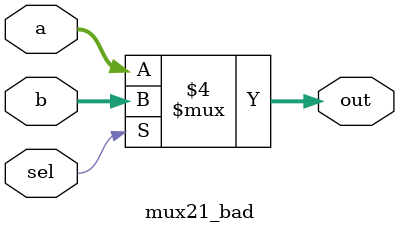
<source format=v>
module mux21_bad (
    a, b, sel, out
);
    input [1:0] a, b;
    input       sel;
    output [1:0] out;
    reg [1:0] out;

    always @(a or b)  // sel is omitted
        if(sel == 0)
            out = a;
        else
            out = b;
endmodule
</source>
